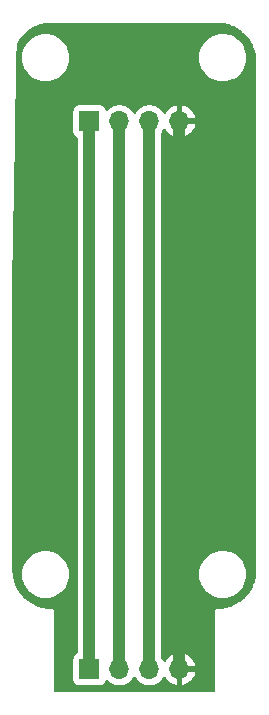
<source format=gbl>
G04 #@! TF.GenerationSoftware,KiCad,Pcbnew,7.0.10*
G04 #@! TF.CreationDate,2024-06-27T11:43:53+02:00*
G04 #@! TF.ProjectId,Traffic LED Riser,54726166-6669-4632-904c-454420526973,rev?*
G04 #@! TF.SameCoordinates,Original*
G04 #@! TF.FileFunction,Copper,L2,Bot*
G04 #@! TF.FilePolarity,Positive*
%FSLAX46Y46*%
G04 Gerber Fmt 4.6, Leading zero omitted, Abs format (unit mm)*
G04 Created by KiCad (PCBNEW 7.0.10) date 2024-06-27 11:43:53*
%MOMM*%
%LPD*%
G01*
G04 APERTURE LIST*
G04 #@! TA.AperFunction,ComponentPad*
%ADD10R,1.700000X1.700000*%
G04 #@! TD*
G04 #@! TA.AperFunction,ComponentPad*
%ADD11O,1.700000X1.700000*%
G04 #@! TD*
G04 #@! TA.AperFunction,Conductor*
%ADD12C,1.000000*%
G04 #@! TD*
G04 APERTURE END LIST*
D10*
X106717668Y-80382000D03*
D11*
X109257668Y-80382000D03*
X111797668Y-80382000D03*
X114337668Y-80382000D03*
X114337668Y-126778000D03*
X111797668Y-126778000D03*
X109257668Y-126778000D03*
D10*
X106717668Y-126778000D03*
D12*
X114337668Y-80382000D02*
X114337668Y-126778000D01*
X111797668Y-80382000D02*
X111797668Y-126778000D01*
X109257668Y-80382000D02*
X109257668Y-126778000D01*
X106717668Y-80382000D02*
X106717668Y-126778000D01*
G04 #@! TA.AperFunction,Conductor*
G36*
X117517168Y-72022759D02*
G01*
X117686171Y-72027039D01*
X117692424Y-72027356D01*
X117855477Y-72039772D01*
X117861691Y-72040404D01*
X118022308Y-72060839D01*
X118028413Y-72061773D01*
X118186405Y-72090020D01*
X118192482Y-72091264D01*
X118347649Y-72127115D01*
X118353622Y-72128652D01*
X118505846Y-72171922D01*
X118511704Y-72173745D01*
X118660751Y-72224222D01*
X118666451Y-72226311D01*
X118812143Y-72283802D01*
X118817706Y-72286156D01*
X118959875Y-72350475D01*
X118965288Y-72353084D01*
X119096472Y-72420315D01*
X119103674Y-72424006D01*
X119108952Y-72426875D01*
X119243385Y-72504212D01*
X119248480Y-72507308D01*
X119378782Y-72590882D01*
X119383685Y-72594195D01*
X119473686Y-72658219D01*
X119509629Y-72683788D01*
X119514381Y-72687343D01*
X119635735Y-72782735D01*
X119640284Y-72786490D01*
X119756888Y-72887514D01*
X119761235Y-72891465D01*
X119871996Y-72997077D01*
X119872846Y-72997887D01*
X119877002Y-73002043D01*
X119983417Y-73113659D01*
X119987382Y-73118022D01*
X120088397Y-73234632D01*
X120092152Y-73239182D01*
X120187561Y-73360571D01*
X120191083Y-73365281D01*
X120280653Y-73491208D01*
X120283974Y-73496122D01*
X120336309Y-73577730D01*
X120367549Y-73626444D01*
X120370654Y-73631554D01*
X120447995Y-73766008D01*
X120450864Y-73771287D01*
X120521768Y-73909656D01*
X120524391Y-73915098D01*
X120588684Y-74057227D01*
X120591052Y-74062823D01*
X120648539Y-74208521D01*
X120650641Y-74214259D01*
X120675298Y-74287076D01*
X120701103Y-74363281D01*
X120702930Y-74369152D01*
X120746186Y-74521348D01*
X120747728Y-74527336D01*
X120783578Y-74682516D01*
X120784825Y-74688607D01*
X120813063Y-74846569D01*
X120814007Y-74852742D01*
X120834437Y-75013341D01*
X120835070Y-75019575D01*
X120847483Y-75182608D01*
X120847801Y-75188882D01*
X120852082Y-75357885D01*
X120852122Y-75361025D01*
X120852122Y-118353730D01*
X120852082Y-118356870D01*
X120847802Y-118525831D01*
X120847484Y-118532107D01*
X120835070Y-118695119D01*
X120834436Y-118701353D01*
X120814010Y-118861897D01*
X120813066Y-118868073D01*
X120784827Y-119026000D01*
X120783580Y-119032090D01*
X120747731Y-119187242D01*
X120746189Y-119193231D01*
X120702931Y-119345408D01*
X120701103Y-119351279D01*
X120650648Y-119500258D01*
X120648545Y-119505999D01*
X120591061Y-119651668D01*
X120588693Y-119657263D01*
X120524392Y-119799390D01*
X120521768Y-119804832D01*
X120450860Y-119943192D01*
X120447990Y-119948473D01*
X120370663Y-120082884D01*
X120367558Y-120087993D01*
X120283988Y-120218292D01*
X120280653Y-120223227D01*
X120191103Y-120349110D01*
X120187549Y-120353860D01*
X120092164Y-120475209D01*
X120088396Y-120479775D01*
X119987383Y-120596370D01*
X119983407Y-120600744D01*
X119877022Y-120712319D01*
X119872857Y-120716483D01*
X119775132Y-120809657D01*
X119761255Y-120822888D01*
X119756882Y-120826862D01*
X119640309Y-120927852D01*
X119635743Y-120931621D01*
X119514374Y-121027017D01*
X119509623Y-121030571D01*
X119473651Y-121056159D01*
X119383725Y-121120125D01*
X119378792Y-121123458D01*
X119248490Y-121207027D01*
X119243384Y-121210130D01*
X119141125Y-121268956D01*
X119108964Y-121287457D01*
X119103685Y-121290325D01*
X118965321Y-121361232D01*
X118959880Y-121363856D01*
X118817727Y-121428166D01*
X118812129Y-121430534D01*
X118666472Y-121488008D01*
X118660733Y-121490111D01*
X118511697Y-121540583D01*
X118505826Y-121542410D01*
X118353655Y-121585663D01*
X118347666Y-121587205D01*
X118192497Y-121623056D01*
X118186424Y-121624300D01*
X118028439Y-121652545D01*
X118022279Y-121653487D01*
X117861711Y-121673917D01*
X117855475Y-121674551D01*
X117692431Y-121686966D01*
X117686156Y-121687284D01*
X117568691Y-121690259D01*
X117550602Y-121689395D01*
X117538233Y-121687892D01*
X117511463Y-121691143D01*
X117499663Y-121692007D01*
X117493404Y-121692165D01*
X117491750Y-121692409D01*
X117476701Y-121695363D01*
X117457226Y-121697728D01*
X117445563Y-121702151D01*
X117434654Y-121708234D01*
X117420316Y-121721599D01*
X117406211Y-121732941D01*
X117390068Y-121744084D01*
X117381794Y-121753422D01*
X117374963Y-121763876D01*
X117368478Y-121782376D01*
X117361258Y-121798976D01*
X117352145Y-121816339D01*
X117349159Y-121828455D01*
X117347968Y-121840883D01*
X117350456Y-121857788D01*
X117350823Y-121860276D01*
X117352145Y-121878336D01*
X117352145Y-128586969D01*
X117332460Y-128654008D01*
X117279656Y-128699763D01*
X117228145Y-128710969D01*
X103807314Y-128710969D01*
X103740275Y-128691284D01*
X103694520Y-128638480D01*
X103683314Y-128586969D01*
X103683314Y-127676654D01*
X105359168Y-127676654D01*
X105365679Y-127737202D01*
X105365679Y-127737204D01*
X105416779Y-127874204D01*
X105504407Y-127991261D01*
X105621464Y-128078889D01*
X105758467Y-128129989D01*
X105785718Y-128132918D01*
X105819013Y-128136499D01*
X105819030Y-128136500D01*
X107616306Y-128136500D01*
X107616322Y-128136499D01*
X107643360Y-128133591D01*
X107676869Y-128129989D01*
X107813872Y-128078889D01*
X107930929Y-127991261D01*
X108018557Y-127874204D01*
X108063806Y-127752887D01*
X108105677Y-127696956D01*
X108171142Y-127672539D01*
X108239414Y-127687391D01*
X108271213Y-127712236D01*
X108334428Y-127780906D01*
X108512092Y-127919189D01*
X108512093Y-127919189D01*
X108512095Y-127919191D01*
X108571982Y-127951600D01*
X108710094Y-128026342D01*
X108923033Y-128099444D01*
X109145099Y-128136500D01*
X109370237Y-128136500D01*
X109592303Y-128099444D01*
X109805242Y-128026342D01*
X110003244Y-127919189D01*
X110180908Y-127780906D01*
X110302262Y-127649082D01*
X110333383Y-127615276D01*
X110333383Y-127615275D01*
X110333390Y-127615268D01*
X110423861Y-127476790D01*
X110477006Y-127431437D01*
X110546237Y-127422013D01*
X110609573Y-127451515D01*
X110631472Y-127476787D01*
X110721946Y-127615268D01*
X110721951Y-127615273D01*
X110721952Y-127615276D01*
X110848636Y-127752889D01*
X110874428Y-127780906D01*
X111052092Y-127919189D01*
X111052093Y-127919189D01*
X111052095Y-127919191D01*
X111111982Y-127951600D01*
X111250094Y-128026342D01*
X111463033Y-128099444D01*
X111685099Y-128136500D01*
X111910237Y-128136500D01*
X112132303Y-128099444D01*
X112345242Y-128026342D01*
X112543244Y-127919189D01*
X112720908Y-127780906D01*
X112842262Y-127649082D01*
X112873383Y-127615276D01*
X112873383Y-127615275D01*
X112873390Y-127615268D01*
X112967417Y-127471347D01*
X113020562Y-127425994D01*
X113089793Y-127416570D01*
X113153129Y-127446072D01*
X113172798Y-127468048D01*
X113299558Y-127649078D01*
X113466585Y-127816105D01*
X113660089Y-127951600D01*
X113874175Y-128051429D01*
X113874184Y-128051433D01*
X114087668Y-128108634D01*
X114087668Y-127213501D01*
X114195353Y-127262680D01*
X114301905Y-127278000D01*
X114373431Y-127278000D01*
X114479983Y-127262680D01*
X114587668Y-127213501D01*
X114587668Y-128108633D01*
X114801151Y-128051433D01*
X114801160Y-128051429D01*
X115015246Y-127951600D01*
X115208750Y-127816105D01*
X115375773Y-127649082D01*
X115511268Y-127455578D01*
X115611097Y-127241492D01*
X115611100Y-127241486D01*
X115668304Y-127028000D01*
X114771354Y-127028000D01*
X114797161Y-126987844D01*
X114837668Y-126849889D01*
X114837668Y-126706111D01*
X114797161Y-126568156D01*
X114771354Y-126528000D01*
X115668304Y-126528000D01*
X115668303Y-126527999D01*
X115611100Y-126314513D01*
X115611097Y-126314507D01*
X115511268Y-126100422D01*
X115511267Y-126100420D01*
X115375781Y-125906926D01*
X115375776Y-125906920D01*
X115208750Y-125739894D01*
X115015246Y-125604399D01*
X114801160Y-125504570D01*
X114801154Y-125504567D01*
X114587668Y-125447364D01*
X114587668Y-126342498D01*
X114479983Y-126293320D01*
X114373431Y-126278000D01*
X114301905Y-126278000D01*
X114195353Y-126293320D01*
X114087668Y-126342498D01*
X114087668Y-125447364D01*
X114087667Y-125447364D01*
X113874181Y-125504567D01*
X113874175Y-125504570D01*
X113660090Y-125604399D01*
X113660088Y-125604400D01*
X113466594Y-125739886D01*
X113466588Y-125739891D01*
X113299559Y-125906920D01*
X113299558Y-125906922D01*
X113172799Y-126087952D01*
X113118222Y-126131577D01*
X113048723Y-126138769D01*
X112986369Y-126107247D01*
X112967420Y-126084656D01*
X112873390Y-125940732D01*
X112838938Y-125903307D01*
X112808016Y-125840654D01*
X112806168Y-125819325D01*
X112806168Y-118750001D01*
X115994390Y-118750001D01*
X116014804Y-119035433D01*
X116075628Y-119315037D01*
X116075630Y-119315043D01*
X116075631Y-119315046D01*
X116144712Y-119500258D01*
X116175635Y-119583166D01*
X116312770Y-119834309D01*
X116312775Y-119834317D01*
X116484254Y-120063387D01*
X116484270Y-120063405D01*
X116686594Y-120265729D01*
X116686612Y-120265745D01*
X116915682Y-120437224D01*
X116915690Y-120437229D01*
X117166833Y-120574364D01*
X117166832Y-120574364D01*
X117166836Y-120574365D01*
X117166839Y-120574367D01*
X117434954Y-120674369D01*
X117434960Y-120674370D01*
X117434962Y-120674371D01*
X117714566Y-120735195D01*
X117714568Y-120735195D01*
X117714572Y-120735196D01*
X117928552Y-120750500D01*
X118071448Y-120750500D01*
X118285428Y-120735196D01*
X118371396Y-120716495D01*
X118565037Y-120674371D01*
X118565037Y-120674370D01*
X118565046Y-120674369D01*
X118833161Y-120574367D01*
X119084315Y-120437226D01*
X119313395Y-120265739D01*
X119515739Y-120063395D01*
X119687226Y-119834315D01*
X119824367Y-119583161D01*
X119924369Y-119315046D01*
X119924371Y-119315037D01*
X119985195Y-119035433D01*
X119985195Y-119035432D01*
X119985196Y-119035428D01*
X120005610Y-118750000D01*
X119985196Y-118464572D01*
X119970756Y-118398194D01*
X119924371Y-118184962D01*
X119924370Y-118184960D01*
X119924369Y-118184954D01*
X119824367Y-117916839D01*
X119687226Y-117665685D01*
X119687224Y-117665682D01*
X119515745Y-117436612D01*
X119515729Y-117436594D01*
X119313405Y-117234270D01*
X119313387Y-117234254D01*
X119084317Y-117062775D01*
X119084309Y-117062770D01*
X118833166Y-116925635D01*
X118833167Y-116925635D01*
X118725915Y-116885632D01*
X118565046Y-116825631D01*
X118565043Y-116825630D01*
X118565037Y-116825628D01*
X118285433Y-116764804D01*
X118071450Y-116749500D01*
X118071448Y-116749500D01*
X117928552Y-116749500D01*
X117928549Y-116749500D01*
X117714566Y-116764804D01*
X117434962Y-116825628D01*
X117166833Y-116925635D01*
X116915690Y-117062770D01*
X116915682Y-117062775D01*
X116686612Y-117234254D01*
X116686594Y-117234270D01*
X116484270Y-117436594D01*
X116484254Y-117436612D01*
X116312775Y-117665682D01*
X116312770Y-117665690D01*
X116175635Y-117916833D01*
X116075628Y-118184962D01*
X116014804Y-118464566D01*
X115994390Y-118749998D01*
X115994390Y-118750001D01*
X112806168Y-118750001D01*
X112806168Y-81340674D01*
X112825853Y-81273635D01*
X112838935Y-81256694D01*
X112873390Y-81219268D01*
X112967417Y-81075347D01*
X113020562Y-81029994D01*
X113089793Y-81020570D01*
X113153129Y-81050072D01*
X113172798Y-81072048D01*
X113299558Y-81253078D01*
X113466585Y-81420105D01*
X113660089Y-81555600D01*
X113874175Y-81655429D01*
X113874184Y-81655433D01*
X114087668Y-81712634D01*
X114087668Y-80817501D01*
X114195353Y-80866680D01*
X114301905Y-80882000D01*
X114373431Y-80882000D01*
X114479983Y-80866680D01*
X114587668Y-80817501D01*
X114587668Y-81712633D01*
X114801151Y-81655433D01*
X114801160Y-81655429D01*
X115015246Y-81555600D01*
X115208750Y-81420105D01*
X115375773Y-81253082D01*
X115511268Y-81059578D01*
X115611097Y-80845492D01*
X115611100Y-80845486D01*
X115668304Y-80632000D01*
X114771354Y-80632000D01*
X114797161Y-80591844D01*
X114837668Y-80453889D01*
X114837668Y-80310111D01*
X114797161Y-80172156D01*
X114771354Y-80132000D01*
X115668304Y-80132000D01*
X115668303Y-80131999D01*
X115611100Y-79918513D01*
X115611097Y-79918507D01*
X115511268Y-79704422D01*
X115511267Y-79704420D01*
X115375781Y-79510926D01*
X115375776Y-79510920D01*
X115208750Y-79343894D01*
X115015246Y-79208399D01*
X114801160Y-79108570D01*
X114801154Y-79108567D01*
X114587668Y-79051364D01*
X114587668Y-79946498D01*
X114479983Y-79897320D01*
X114373431Y-79882000D01*
X114301905Y-79882000D01*
X114195353Y-79897320D01*
X114087668Y-79946498D01*
X114087668Y-79051364D01*
X114087667Y-79051364D01*
X113874181Y-79108567D01*
X113874175Y-79108570D01*
X113660090Y-79208399D01*
X113660088Y-79208400D01*
X113466594Y-79343886D01*
X113466588Y-79343891D01*
X113299559Y-79510920D01*
X113299558Y-79510922D01*
X113172799Y-79691952D01*
X113118222Y-79735577D01*
X113048723Y-79742769D01*
X112986369Y-79711247D01*
X112967420Y-79688656D01*
X112873390Y-79544732D01*
X112873383Y-79544725D01*
X112873383Y-79544723D01*
X112720911Y-79379097D01*
X112720906Y-79379092D01*
X112543245Y-79240812D01*
X112543240Y-79240808D01*
X112345248Y-79133661D01*
X112345245Y-79133659D01*
X112345242Y-79133658D01*
X112345239Y-79133657D01*
X112345237Y-79133656D01*
X112132305Y-79060556D01*
X111910237Y-79023500D01*
X111685099Y-79023500D01*
X111463030Y-79060556D01*
X111250098Y-79133656D01*
X111250087Y-79133661D01*
X111052095Y-79240808D01*
X111052090Y-79240812D01*
X110874429Y-79379092D01*
X110874424Y-79379097D01*
X110721952Y-79544723D01*
X110721944Y-79544734D01*
X110631476Y-79683206D01*
X110578330Y-79728562D01*
X110509099Y-79737986D01*
X110445763Y-79708484D01*
X110423860Y-79683206D01*
X110333391Y-79544734D01*
X110333383Y-79544723D01*
X110180911Y-79379097D01*
X110180906Y-79379092D01*
X110003245Y-79240812D01*
X110003240Y-79240808D01*
X109805248Y-79133661D01*
X109805245Y-79133659D01*
X109805242Y-79133658D01*
X109805239Y-79133657D01*
X109805237Y-79133656D01*
X109592305Y-79060556D01*
X109370237Y-79023500D01*
X109145099Y-79023500D01*
X108923030Y-79060556D01*
X108710098Y-79133656D01*
X108710087Y-79133661D01*
X108512095Y-79240808D01*
X108512090Y-79240812D01*
X108334429Y-79379092D01*
X108271216Y-79447760D01*
X108211329Y-79483750D01*
X108141491Y-79481649D01*
X108083875Y-79442124D01*
X108063806Y-79407110D01*
X108018557Y-79285796D01*
X107984882Y-79240812D01*
X107930929Y-79168739D01*
X107813872Y-79081111D01*
X107676871Y-79030011D01*
X107616322Y-79023500D01*
X107616306Y-79023500D01*
X105819030Y-79023500D01*
X105819013Y-79023500D01*
X105758465Y-79030011D01*
X105758463Y-79030011D01*
X105621463Y-79081111D01*
X105504407Y-79168739D01*
X105416779Y-79285795D01*
X105365679Y-79422795D01*
X105365679Y-79422797D01*
X105359168Y-79483345D01*
X105359168Y-81280654D01*
X105365679Y-81341202D01*
X105365679Y-81341204D01*
X105403432Y-81442421D01*
X105416779Y-81478204D01*
X105504407Y-81595261D01*
X105621464Y-81682889D01*
X105628502Y-81685514D01*
X105684435Y-81727384D01*
X105708852Y-81792848D01*
X105709168Y-81801695D01*
X105709168Y-125358304D01*
X105689483Y-125425343D01*
X105636679Y-125471098D01*
X105628510Y-125474482D01*
X105625709Y-125475527D01*
X105621463Y-125477111D01*
X105504407Y-125564739D01*
X105416779Y-125681795D01*
X105365679Y-125818795D01*
X105365679Y-125818797D01*
X105359168Y-125879345D01*
X105359168Y-127676654D01*
X103683314Y-127676654D01*
X103683314Y-121912360D01*
X103684636Y-121894300D01*
X103686451Y-121881970D01*
X103683879Y-121855123D01*
X103683314Y-121843298D01*
X103683314Y-121837047D01*
X103683109Y-121835364D01*
X103680539Y-121820267D01*
X103678669Y-121800740D01*
X103678667Y-121800737D01*
X103678667Y-121800735D01*
X103674542Y-121788966D01*
X103668739Y-121777910D01*
X103655735Y-121763232D01*
X103644754Y-121748844D01*
X103634027Y-121732430D01*
X103634024Y-121732428D01*
X103624898Y-121723920D01*
X103614624Y-121716828D01*
X103596288Y-121709874D01*
X103579877Y-121702237D01*
X103579723Y-121702151D01*
X103562755Y-121692690D01*
X103562752Y-121692689D01*
X103550720Y-121689398D01*
X103538323Y-121687892D01*
X103518860Y-121690256D01*
X103500775Y-121691120D01*
X103349283Y-121687283D01*
X103343009Y-121686965D01*
X103179980Y-121674552D01*
X103173744Y-121673918D01*
X103013179Y-121653490D01*
X103007006Y-121652547D01*
X102848984Y-121624296D01*
X102842894Y-121623048D01*
X102687768Y-121587208D01*
X102681785Y-121585668D01*
X102602604Y-121563163D01*
X102529586Y-121542409D01*
X102523716Y-121540582D01*
X102374683Y-121490114D01*
X102368944Y-121488011D01*
X102223272Y-121430534D01*
X102217674Y-121428165D01*
X102075515Y-121363855D01*
X102070073Y-121361232D01*
X101931715Y-121290331D01*
X101926436Y-121287462D01*
X101791980Y-121210117D01*
X101786870Y-121207011D01*
X101656625Y-121123483D01*
X101651692Y-121120150D01*
X101525732Y-121030555D01*
X101520979Y-121027000D01*
X101399626Y-120931618D01*
X101395062Y-120927851D01*
X101278483Y-120826862D01*
X101274108Y-120822885D01*
X101162519Y-120716496D01*
X101158341Y-120712319D01*
X101122157Y-120674371D01*
X101051927Y-120600716D01*
X101047976Y-120596369D01*
X100946960Y-120479775D01*
X100943209Y-120475230D01*
X100847802Y-120353858D01*
X100844248Y-120349106D01*
X100754689Y-120223212D01*
X100751355Y-120218279D01*
X100667792Y-120087996D01*
X100664685Y-120082885D01*
X100587349Y-119948460D01*
X100584480Y-119943181D01*
X100513564Y-119804811D01*
X100510963Y-119799415D01*
X100446645Y-119657257D01*
X100444279Y-119651666D01*
X100386798Y-119506005D01*
X100384708Y-119500301D01*
X100334228Y-119351257D01*
X100332404Y-119345394D01*
X100311779Y-119272839D01*
X100289148Y-119193224D01*
X100287606Y-119187236D01*
X100251757Y-119032092D01*
X100250510Y-119026001D01*
X100237816Y-118955008D01*
X100222269Y-118868061D01*
X100221326Y-118861892D01*
X100207089Y-118750001D01*
X100994390Y-118750001D01*
X101014804Y-119035433D01*
X101075628Y-119315037D01*
X101075630Y-119315043D01*
X101075631Y-119315046D01*
X101144712Y-119500258D01*
X101175635Y-119583166D01*
X101312770Y-119834309D01*
X101312775Y-119834317D01*
X101484254Y-120063387D01*
X101484270Y-120063405D01*
X101686594Y-120265729D01*
X101686612Y-120265745D01*
X101915682Y-120437224D01*
X101915690Y-120437229D01*
X102166833Y-120574364D01*
X102166832Y-120574364D01*
X102166836Y-120574365D01*
X102166839Y-120574367D01*
X102434954Y-120674369D01*
X102434960Y-120674370D01*
X102434962Y-120674371D01*
X102714566Y-120735195D01*
X102714568Y-120735195D01*
X102714572Y-120735196D01*
X102928552Y-120750500D01*
X103071448Y-120750500D01*
X103285428Y-120735196D01*
X103371396Y-120716495D01*
X103565037Y-120674371D01*
X103565037Y-120674370D01*
X103565046Y-120674369D01*
X103833161Y-120574367D01*
X104084315Y-120437226D01*
X104313395Y-120265739D01*
X104515739Y-120063395D01*
X104687226Y-119834315D01*
X104824367Y-119583161D01*
X104924369Y-119315046D01*
X104924371Y-119315037D01*
X104985195Y-119035433D01*
X104985195Y-119035432D01*
X104985196Y-119035428D01*
X105005610Y-118750000D01*
X104985196Y-118464572D01*
X104970756Y-118398194D01*
X104924371Y-118184962D01*
X104924370Y-118184960D01*
X104924369Y-118184954D01*
X104824367Y-117916839D01*
X104687226Y-117665685D01*
X104687224Y-117665682D01*
X104515745Y-117436612D01*
X104515729Y-117436594D01*
X104313405Y-117234270D01*
X104313387Y-117234254D01*
X104084317Y-117062775D01*
X104084309Y-117062770D01*
X103833166Y-116925635D01*
X103833167Y-116925635D01*
X103725915Y-116885632D01*
X103565046Y-116825631D01*
X103565043Y-116825630D01*
X103565037Y-116825628D01*
X103285433Y-116764804D01*
X103071450Y-116749500D01*
X103071448Y-116749500D01*
X102928552Y-116749500D01*
X102928549Y-116749500D01*
X102714566Y-116764804D01*
X102434962Y-116825628D01*
X102166833Y-116925635D01*
X101915690Y-117062770D01*
X101915682Y-117062775D01*
X101686612Y-117234254D01*
X101686594Y-117234270D01*
X101484270Y-117436594D01*
X101484254Y-117436612D01*
X101312775Y-117665682D01*
X101312770Y-117665690D01*
X101175635Y-117916833D01*
X101075628Y-118184962D01*
X101014804Y-118464566D01*
X100994390Y-118749998D01*
X100994390Y-118750001D01*
X100207089Y-118750001D01*
X100200898Y-118701348D01*
X100200264Y-118695111D01*
X100191677Y-118582341D01*
X100187850Y-118532092D01*
X100187533Y-118525827D01*
X100187010Y-118505185D01*
X100183255Y-118356870D01*
X100183215Y-118353737D01*
X100183215Y-94273464D01*
X100183234Y-94271270D01*
X100403934Y-81801695D01*
X100521179Y-75177367D01*
X100524318Y-75000001D01*
X100994390Y-75000001D01*
X101014804Y-75285433D01*
X101075628Y-75565037D01*
X101175635Y-75833166D01*
X101312770Y-76084309D01*
X101312775Y-76084317D01*
X101484254Y-76313387D01*
X101484270Y-76313405D01*
X101686594Y-76515729D01*
X101686612Y-76515745D01*
X101915682Y-76687224D01*
X101915690Y-76687229D01*
X102166833Y-76824364D01*
X102166832Y-76824364D01*
X102166836Y-76824365D01*
X102166839Y-76824367D01*
X102434954Y-76924369D01*
X102434960Y-76924370D01*
X102434962Y-76924371D01*
X102714566Y-76985195D01*
X102714568Y-76985195D01*
X102714572Y-76985196D01*
X102928552Y-77000500D01*
X103071448Y-77000500D01*
X103285428Y-76985196D01*
X103565046Y-76924369D01*
X103833161Y-76824367D01*
X104084315Y-76687226D01*
X104313395Y-76515739D01*
X104515739Y-76313395D01*
X104687226Y-76084315D01*
X104824367Y-75833161D01*
X104924369Y-75565046D01*
X104965634Y-75375352D01*
X104985195Y-75285433D01*
X104985195Y-75285432D01*
X104985196Y-75285428D01*
X105005610Y-75000001D01*
X115994390Y-75000001D01*
X116014804Y-75285433D01*
X116075628Y-75565037D01*
X116175635Y-75833166D01*
X116312770Y-76084309D01*
X116312775Y-76084317D01*
X116484254Y-76313387D01*
X116484270Y-76313405D01*
X116686594Y-76515729D01*
X116686612Y-76515745D01*
X116915682Y-76687224D01*
X116915690Y-76687229D01*
X117166833Y-76824364D01*
X117166832Y-76824364D01*
X117166836Y-76824365D01*
X117166839Y-76824367D01*
X117434954Y-76924369D01*
X117434960Y-76924370D01*
X117434962Y-76924371D01*
X117714566Y-76985195D01*
X117714568Y-76985195D01*
X117714572Y-76985196D01*
X117928552Y-77000500D01*
X118071448Y-77000500D01*
X118285428Y-76985196D01*
X118565046Y-76924369D01*
X118833161Y-76824367D01*
X119084315Y-76687226D01*
X119313395Y-76515739D01*
X119515739Y-76313395D01*
X119687226Y-76084315D01*
X119824367Y-75833161D01*
X119924369Y-75565046D01*
X119965634Y-75375352D01*
X119985195Y-75285433D01*
X119985195Y-75285432D01*
X119985196Y-75285428D01*
X120005610Y-75000000D01*
X119985196Y-74714572D01*
X119973118Y-74659052D01*
X119924371Y-74434962D01*
X119924370Y-74434960D01*
X119924369Y-74434954D01*
X119824367Y-74166839D01*
X119805122Y-74131595D01*
X119687229Y-73915690D01*
X119687224Y-73915682D01*
X119515745Y-73686612D01*
X119515729Y-73686594D01*
X119313405Y-73484270D01*
X119313387Y-73484254D01*
X119084317Y-73312775D01*
X119084309Y-73312770D01*
X118833166Y-73175635D01*
X118833167Y-73175635D01*
X118678700Y-73118022D01*
X118565046Y-73075631D01*
X118565043Y-73075630D01*
X118565037Y-73075628D01*
X118285433Y-73014804D01*
X118071450Y-72999500D01*
X118071448Y-72999500D01*
X117928552Y-72999500D01*
X117928549Y-72999500D01*
X117714566Y-73014804D01*
X117434962Y-73075628D01*
X117166833Y-73175635D01*
X116915690Y-73312770D01*
X116915682Y-73312775D01*
X116686612Y-73484254D01*
X116686594Y-73484270D01*
X116484270Y-73686594D01*
X116484254Y-73686612D01*
X116312775Y-73915682D01*
X116312770Y-73915690D01*
X116175635Y-74166833D01*
X116075628Y-74434962D01*
X116014804Y-74714566D01*
X115994390Y-74999998D01*
X115994390Y-75000001D01*
X105005610Y-75000001D01*
X105005610Y-75000000D01*
X104985196Y-74714572D01*
X104973118Y-74659052D01*
X104924371Y-74434962D01*
X104924370Y-74434960D01*
X104924369Y-74434954D01*
X104824367Y-74166839D01*
X104805122Y-74131595D01*
X104687229Y-73915690D01*
X104687224Y-73915682D01*
X104515745Y-73686612D01*
X104515729Y-73686594D01*
X104313405Y-73484270D01*
X104313387Y-73484254D01*
X104084317Y-73312775D01*
X104084309Y-73312770D01*
X103833166Y-73175635D01*
X103833167Y-73175635D01*
X103678700Y-73118022D01*
X103565046Y-73075631D01*
X103565043Y-73075630D01*
X103565037Y-73075628D01*
X103285433Y-73014804D01*
X103071450Y-72999500D01*
X103071448Y-72999500D01*
X102928552Y-72999500D01*
X102928549Y-72999500D01*
X102714566Y-73014804D01*
X102434962Y-73075628D01*
X102166833Y-73175635D01*
X101915690Y-73312770D01*
X101915682Y-73312775D01*
X101686612Y-73484254D01*
X101686594Y-73484270D01*
X101484270Y-73686594D01*
X101484254Y-73686612D01*
X101312775Y-73915682D01*
X101312770Y-73915690D01*
X101175635Y-74166833D01*
X101075628Y-74434962D01*
X101014804Y-74714566D01*
X100994390Y-74999998D01*
X100994390Y-75000001D01*
X100524318Y-75000001D01*
X100544182Y-73877691D01*
X100557805Y-73823345D01*
X100584507Y-73771237D01*
X100587331Y-73766041D01*
X100664707Y-73631531D01*
X100667797Y-73626449D01*
X100689189Y-73593093D01*
X100751364Y-73496142D01*
X100754664Y-73491256D01*
X100844291Y-73365253D01*
X100847799Y-73360563D01*
X100943220Y-73239161D01*
X100946963Y-73234627D01*
X101047978Y-73118022D01*
X101051931Y-73113671D01*
X101158355Y-73002050D01*
X101162522Y-72997884D01*
X101274149Y-72891448D01*
X101278463Y-72887526D01*
X101395086Y-72786489D01*
X101399606Y-72782758D01*
X101521019Y-72687322D01*
X101525740Y-72683792D01*
X101651663Y-72594217D01*
X101656574Y-72590898D01*
X101786924Y-72507296D01*
X101791965Y-72504233D01*
X101926462Y-72426859D01*
X101931668Y-72424030D01*
X102070099Y-72353088D01*
X102075499Y-72350485D01*
X102217685Y-72286161D01*
X102223244Y-72283808D01*
X102368967Y-72226307D01*
X102374623Y-72224234D01*
X102523749Y-72173731D01*
X102529550Y-72171925D01*
X102681840Y-72128641D01*
X102687695Y-72127133D01*
X102842990Y-72091254D01*
X102848960Y-72090032D01*
X103007025Y-72061772D01*
X103013150Y-72060836D01*
X103173769Y-72040401D01*
X103179962Y-72039772D01*
X103343030Y-72027356D01*
X103349274Y-72027039D01*
X103518285Y-72022759D01*
X103521424Y-72022720D01*
X117514030Y-72022720D01*
X117517168Y-72022759D01*
G37*
G04 #@! TD.AperFunction*
M02*

</source>
